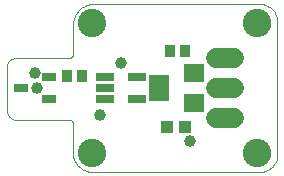
<source format=gts>
G75*
%MOIN*%
%OFA0B0*%
%FSLAX24Y24*%
%IPPOS*%
%LPD*%
%AMOC8*
5,1,8,0,0,1.08239X$1,22.5*
%
%ADD10C,0.0000*%
%ADD11C,0.0946*%
%ADD12R,0.0600X0.0300*%
%ADD13R,0.0710X0.0592*%
%ADD14R,0.0710X0.0867*%
%ADD15R,0.0356X0.0434*%
%ADD16R,0.0395X0.0395*%
%ADD17C,0.0680*%
%ADD18R,0.0474X0.0277*%
%ADD19C,0.0397*%
D10*
X004197Y001722D02*
X009867Y001722D01*
X009866Y001721D02*
X009911Y001727D01*
X009955Y001737D01*
X009998Y001751D01*
X010040Y001767D01*
X010080Y001787D01*
X010119Y001810D01*
X010156Y001836D01*
X010190Y001865D01*
X010223Y001896D01*
X010252Y001930D01*
X010280Y001966D01*
X010304Y002004D01*
X010325Y002044D01*
X010343Y002085D01*
X010357Y002128D01*
X010368Y002172D01*
X010376Y002216D01*
X010380Y002261D01*
X010381Y002306D01*
X010378Y002351D01*
X010378Y002352D02*
X010378Y006682D01*
X010379Y006683D02*
X010380Y006729D01*
X010378Y006776D01*
X010372Y006822D01*
X010362Y006867D01*
X010349Y006912D01*
X010332Y006955D01*
X010312Y006997D01*
X010289Y007037D01*
X010263Y007076D01*
X010234Y007112D01*
X010202Y007146D01*
X010167Y007177D01*
X010130Y007205D01*
X010091Y007230D01*
X010050Y007253D01*
X010008Y007272D01*
X009964Y007287D01*
X009919Y007299D01*
X009874Y007308D01*
X009827Y007313D01*
X009827Y007312D02*
X004276Y007312D01*
X003764Y006682D02*
X003766Y006723D01*
X003772Y006764D01*
X003782Y006804D01*
X003795Y006843D01*
X003812Y006880D01*
X003833Y006916D01*
X003857Y006950D01*
X003884Y006981D01*
X003913Y007009D01*
X003946Y007035D01*
X003980Y007057D01*
X004017Y007076D01*
X004055Y007091D01*
X004095Y007103D01*
X004135Y007111D01*
X004176Y007115D01*
X004218Y007115D01*
X004259Y007111D01*
X004299Y007103D01*
X004339Y007091D01*
X004377Y007076D01*
X004413Y007057D01*
X004448Y007035D01*
X004481Y007009D01*
X004510Y006981D01*
X004537Y006950D01*
X004561Y006916D01*
X004582Y006880D01*
X004599Y006843D01*
X004612Y006804D01*
X004622Y006764D01*
X004628Y006723D01*
X004630Y006682D01*
X004628Y006641D01*
X004622Y006600D01*
X004612Y006560D01*
X004599Y006521D01*
X004582Y006484D01*
X004561Y006448D01*
X004537Y006414D01*
X004510Y006383D01*
X004481Y006355D01*
X004448Y006329D01*
X004414Y006307D01*
X004377Y006288D01*
X004339Y006273D01*
X004299Y006261D01*
X004259Y006253D01*
X004218Y006249D01*
X004176Y006249D01*
X004135Y006253D01*
X004095Y006261D01*
X004055Y006273D01*
X004017Y006288D01*
X003981Y006307D01*
X003946Y006329D01*
X003913Y006355D01*
X003884Y006383D01*
X003857Y006414D01*
X003833Y006448D01*
X003812Y006484D01*
X003795Y006521D01*
X003782Y006560D01*
X003772Y006600D01*
X003766Y006641D01*
X003764Y006682D01*
X003567Y006643D02*
X003567Y005659D01*
X003565Y005637D01*
X003561Y005615D01*
X003553Y005594D01*
X003542Y005574D01*
X003529Y005556D01*
X003513Y005540D01*
X003495Y005527D01*
X003475Y005516D01*
X003454Y005508D01*
X003432Y005504D01*
X003410Y005502D01*
X003410Y005501D02*
X001638Y005501D01*
X001638Y005502D02*
X001607Y005500D01*
X001577Y005495D01*
X001547Y005487D01*
X001518Y005475D01*
X001491Y005460D01*
X001466Y005442D01*
X001443Y005421D01*
X001422Y005398D01*
X001404Y005373D01*
X001389Y005346D01*
X001377Y005317D01*
X001369Y005287D01*
X001364Y005257D01*
X001362Y005226D01*
X001363Y005226D02*
X001363Y003769D01*
X001365Y003736D01*
X001370Y003704D01*
X001378Y003672D01*
X001390Y003641D01*
X001405Y003612D01*
X001423Y003584D01*
X001444Y003558D01*
X001467Y003535D01*
X001493Y003514D01*
X001521Y003496D01*
X001550Y003481D01*
X001581Y003469D01*
X001613Y003461D01*
X001645Y003456D01*
X001678Y003454D01*
X003449Y003454D01*
X003469Y003452D01*
X003489Y003447D01*
X003508Y003438D01*
X003525Y003426D01*
X003539Y003412D01*
X003551Y003395D01*
X003560Y003376D01*
X003565Y003356D01*
X003567Y003336D01*
X003567Y002352D01*
X003569Y002303D01*
X003575Y002253D01*
X003584Y002205D01*
X003598Y002157D01*
X003615Y002111D01*
X003636Y002066D01*
X003660Y002023D01*
X003687Y001982D01*
X003718Y001943D01*
X003752Y001907D01*
X003788Y001873D01*
X003827Y001842D01*
X003868Y001815D01*
X003911Y001791D01*
X003956Y001770D01*
X004002Y001753D01*
X004050Y001739D01*
X004098Y001730D01*
X004148Y001724D01*
X004197Y001722D01*
X003764Y002352D02*
X003766Y002393D01*
X003772Y002434D01*
X003782Y002474D01*
X003795Y002513D01*
X003812Y002550D01*
X003833Y002586D01*
X003857Y002620D01*
X003884Y002651D01*
X003913Y002679D01*
X003946Y002705D01*
X003980Y002727D01*
X004017Y002746D01*
X004055Y002761D01*
X004095Y002773D01*
X004135Y002781D01*
X004176Y002785D01*
X004218Y002785D01*
X004259Y002781D01*
X004299Y002773D01*
X004339Y002761D01*
X004377Y002746D01*
X004413Y002727D01*
X004448Y002705D01*
X004481Y002679D01*
X004510Y002651D01*
X004537Y002620D01*
X004561Y002586D01*
X004582Y002550D01*
X004599Y002513D01*
X004612Y002474D01*
X004622Y002434D01*
X004628Y002393D01*
X004630Y002352D01*
X004628Y002311D01*
X004622Y002270D01*
X004612Y002230D01*
X004599Y002191D01*
X004582Y002154D01*
X004561Y002118D01*
X004537Y002084D01*
X004510Y002053D01*
X004481Y002025D01*
X004448Y001999D01*
X004414Y001977D01*
X004377Y001958D01*
X004339Y001943D01*
X004299Y001931D01*
X004259Y001923D01*
X004218Y001919D01*
X004176Y001919D01*
X004135Y001923D01*
X004095Y001931D01*
X004055Y001943D01*
X004017Y001958D01*
X003981Y001977D01*
X003946Y001999D01*
X003913Y002025D01*
X003884Y002053D01*
X003857Y002084D01*
X003833Y002118D01*
X003812Y002154D01*
X003795Y002191D01*
X003782Y002230D01*
X003772Y002270D01*
X003766Y002311D01*
X003764Y002352D01*
X009276Y002352D02*
X009278Y002393D01*
X009284Y002434D01*
X009294Y002474D01*
X009307Y002513D01*
X009324Y002550D01*
X009345Y002586D01*
X009369Y002620D01*
X009396Y002651D01*
X009425Y002679D01*
X009458Y002705D01*
X009492Y002727D01*
X009529Y002746D01*
X009567Y002761D01*
X009607Y002773D01*
X009647Y002781D01*
X009688Y002785D01*
X009730Y002785D01*
X009771Y002781D01*
X009811Y002773D01*
X009851Y002761D01*
X009889Y002746D01*
X009925Y002727D01*
X009960Y002705D01*
X009993Y002679D01*
X010022Y002651D01*
X010049Y002620D01*
X010073Y002586D01*
X010094Y002550D01*
X010111Y002513D01*
X010124Y002474D01*
X010134Y002434D01*
X010140Y002393D01*
X010142Y002352D01*
X010140Y002311D01*
X010134Y002270D01*
X010124Y002230D01*
X010111Y002191D01*
X010094Y002154D01*
X010073Y002118D01*
X010049Y002084D01*
X010022Y002053D01*
X009993Y002025D01*
X009960Y001999D01*
X009926Y001977D01*
X009889Y001958D01*
X009851Y001943D01*
X009811Y001931D01*
X009771Y001923D01*
X009730Y001919D01*
X009688Y001919D01*
X009647Y001923D01*
X009607Y001931D01*
X009567Y001943D01*
X009529Y001958D01*
X009493Y001977D01*
X009458Y001999D01*
X009425Y002025D01*
X009396Y002053D01*
X009369Y002084D01*
X009345Y002118D01*
X009324Y002154D01*
X009307Y002191D01*
X009294Y002230D01*
X009284Y002270D01*
X009278Y002311D01*
X009276Y002352D01*
X004276Y007312D02*
X004224Y007311D01*
X004173Y007307D01*
X004122Y007299D01*
X004072Y007287D01*
X004023Y007271D01*
X003975Y007252D01*
X003929Y007229D01*
X003884Y007203D01*
X003842Y007174D01*
X003802Y007141D01*
X003765Y007106D01*
X003730Y007068D01*
X003698Y007027D01*
X003669Y006984D01*
X003644Y006940D01*
X003622Y006893D01*
X003604Y006845D01*
X003589Y006795D01*
X003578Y006745D01*
X003571Y006694D01*
X003567Y006643D01*
X009276Y006682D02*
X009278Y006723D01*
X009284Y006764D01*
X009294Y006804D01*
X009307Y006843D01*
X009324Y006880D01*
X009345Y006916D01*
X009369Y006950D01*
X009396Y006981D01*
X009425Y007009D01*
X009458Y007035D01*
X009492Y007057D01*
X009529Y007076D01*
X009567Y007091D01*
X009607Y007103D01*
X009647Y007111D01*
X009688Y007115D01*
X009730Y007115D01*
X009771Y007111D01*
X009811Y007103D01*
X009851Y007091D01*
X009889Y007076D01*
X009925Y007057D01*
X009960Y007035D01*
X009993Y007009D01*
X010022Y006981D01*
X010049Y006950D01*
X010073Y006916D01*
X010094Y006880D01*
X010111Y006843D01*
X010124Y006804D01*
X010134Y006764D01*
X010140Y006723D01*
X010142Y006682D01*
X010140Y006641D01*
X010134Y006600D01*
X010124Y006560D01*
X010111Y006521D01*
X010094Y006484D01*
X010073Y006448D01*
X010049Y006414D01*
X010022Y006383D01*
X009993Y006355D01*
X009960Y006329D01*
X009926Y006307D01*
X009889Y006288D01*
X009851Y006273D01*
X009811Y006261D01*
X009771Y006253D01*
X009730Y006249D01*
X009688Y006249D01*
X009647Y006253D01*
X009607Y006261D01*
X009567Y006273D01*
X009529Y006288D01*
X009493Y006307D01*
X009458Y006329D01*
X009425Y006355D01*
X009396Y006383D01*
X009369Y006414D01*
X009345Y006448D01*
X009324Y006484D01*
X009307Y006521D01*
X009294Y006560D01*
X009284Y006600D01*
X009278Y006641D01*
X009276Y006682D01*
D11*
X009709Y006682D03*
X004197Y006682D03*
X004197Y002352D03*
X009709Y002352D03*
D12*
X005702Y004147D03*
X004622Y004147D03*
X004622Y004517D03*
X004622Y004887D03*
X005702Y004887D03*
D13*
X007591Y005009D03*
X007591Y004025D03*
D14*
X006449Y004517D03*
D15*
X006788Y005733D03*
X007300Y005733D03*
X003882Y004918D03*
X003370Y004918D03*
D16*
X006709Y003206D03*
X007300Y003206D03*
D17*
X008322Y003517D02*
X008922Y003517D01*
X008922Y004517D02*
X008322Y004517D01*
X008322Y005517D02*
X008922Y005517D01*
D18*
X002780Y004891D03*
X001835Y004517D03*
X002780Y004143D03*
D19*
X002386Y004517D03*
X002307Y005029D03*
X004473Y003611D03*
X007465Y002745D03*
X005181Y005344D03*
M02*

</source>
